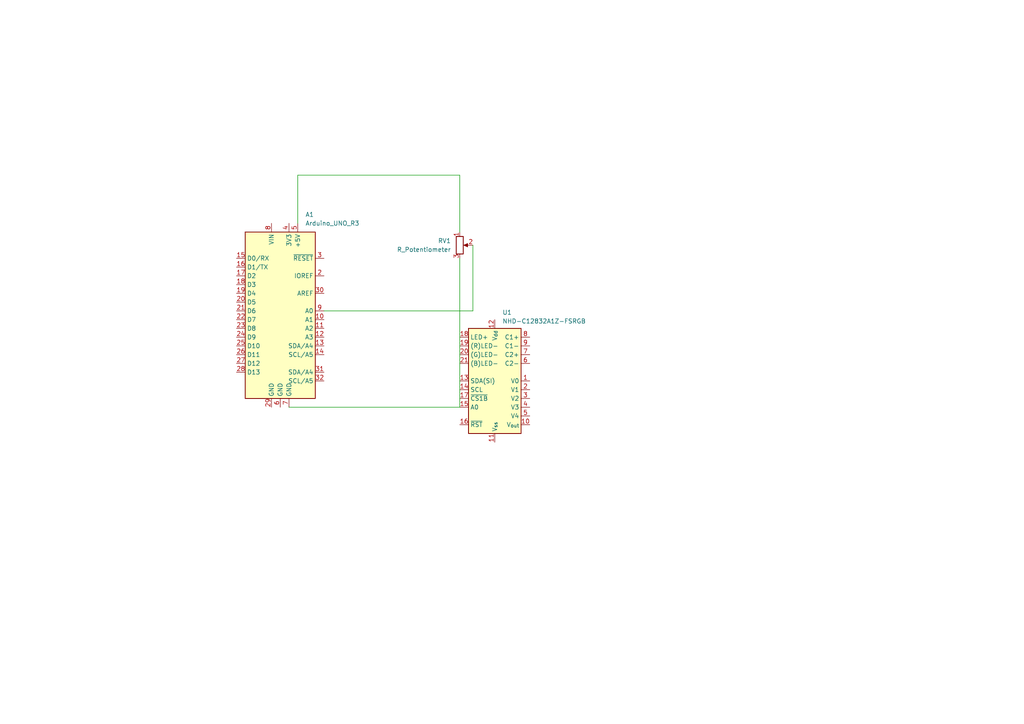
<source format=kicad_sch>
(kicad_sch (version 20230121) (generator eeschema)
  (paper "A4")
  (lib_symbols
    (symbol "Device:R_Potentiometer" (pin_names (offset 1.016) hide)
      (property "Reference" "RV" (at -4.445 0 90))
      (property "Value" "R_Potentiometer" (at -2.54 0 90))
      (symbol "R_Potentiometer_0_1"
        (polyline (pts (xy 2.54 0) (xy 1.524 0)))
        (polyline (pts (xy 1.143 0) (xy 2.286 0.508) (xy 2.286 -0.508) (xy 1.143 0)) (fill (type outline)))
        (rectangle (start 1.016 2.54) (end -1.016 -2.54) (stroke (width 0.254)))
      )
      (symbol "R_Potentiometer_1_1"
        (pin passive line (at 0 3.81 270) (length 1.27) (name "1") (number "1"))
        (pin passive line (at 3.81 0 180) (length 1.27) (name "2") (number "2"))
        (pin passive line (at 0 -3.81 90) (length 1.27) (name "3") (number "3"))
      )
    )
    (symbol "Display_Graphic:NHD-C12832A1Z-FSRGB"
      (property "Reference" "U" (at -7.62 15.875 0))
      (property "Value" "NHD-C12832A1Z-FSRGB" (at 2.54 -16.51 0))
      (symbol "NHD-C12832A1Z-FSRGB_0_1"
        (rectangle (start -7.62 15.24) (end 7.62 -15.24) (stroke (width 0.254)) (fill (type background)))
      )
      (symbol "NHD-C12832A1Z-FSRGB_1_1"
        (pin passive line (at 10.16 0 180) (length 2.54) (name "V0") (number "1"))
        (pin passive line (at 10.16 -12.7 180) (length 2.54) (name "V_{out}") (number "10"))
        (pin power_in line (at 0 -17.78 90) (length 2.54) (name "V_{ss}") (number "11"))
        (pin power_in line (at 0 17.78 270) (length 2.54) (name "V_{dd}") (number "12"))
        (pin input line (at -10.16 0 0) (length 2.54) (name "SDA(SI)") (number "13"))
        (pin input line (at -10.16 -2.54 0) (length 2.54) (name "SCL") (number "14"))
        (pin input line (at -10.16 -7.62 0) (length 2.54) (name "A0") (number "15"))
        (pin input line (at -10.16 -12.7 0) (length 2.54) (name "~{RST}") (number "16"))
        (pin input line (at -10.16 -5.08 0) (length 2.54) (name "~{CS1B}") (number "17"))
        (pin passive line (at -10.16 12.7 0) (length 2.54) (name "LED+") (number "18"))
        (pin passive line (at -10.16 10.16 0) (length 2.54) (name "(R)LED-") (number "19"))
        (pin passive line (at 10.16 -2.54 180) (length 2.54) (name "V1") (number "2"))
        (pin passive line (at -10.16 7.62 0) (length 2.54) (name "(G)LED-") (number "20"))
        (pin passive line (at -10.16 5.08 0) (length 2.54) (name "(B)LED-") (number "21"))
        (pin passive line (at 10.16 -5.08 180) (length 2.54) (name "V2") (number "3"))
        (pin passive line (at 10.16 -7.62 180) (length 2.54) (name "V3") (number "4"))
        (pin passive line (at 10.16 -10.16 180) (length 2.54) (name "V4") (number "5"))
        (pin passive line (at 10.16 5.08 180) (length 2.54) (name "C2-") (number "6"))
        (pin passive line (at 10.16 7.62 180) (length 2.54) (name "C2+") (number "7"))
        (pin passive line (at 10.16 12.7 180) (length 2.54) (name "C1+") (number "8"))
        (pin passive line (at 10.16 10.16 180) (length 2.54) (name "C1-") (number "9"))
      )
    )
    (symbol "MCU_Module:Arduino_UNO_R3"
      (property "Reference" "A" (at -10.16 23.495 0))
      (property "Value" "Arduino_UNO_R3" (at 5.08 -26.67 0))
      (symbol "Arduino_UNO_R3_0_1"
        (rectangle (start -10.16 22.86) (end 10.16 -25.4) (stroke (width 0.254)) (fill (type background)))
      )
      (symbol "Arduino_UNO_R3_1_1"
        (pin no_connect line (at -10.16 -20.32 0) (length 2.54) hide (name "NC") (number "1"))
        (pin bidirectional line (at 12.7 -2.54 180) (length 2.54) (name "A1") (number "10"))
        (pin bidirectional line (at 12.7 -5.08 180) (length 2.54) (name "A2") (number "11"))
        (pin bidirectional line (at 12.7 -7.62 180) (length 2.54) (name "A3") (number "12"))
        (pin bidirectional line (at 12.7 -10.16 180) (length 2.54) (name "SDA/A4") (number "13"))
        (pin bidirectional line (at 12.7 -12.7 180) (length 2.54) (name "SCL/A5") (number "14"))
        (pin bidirectional line (at -12.7 15.24 0) (length 2.54) (name "D0/RX") (number "15"))
        (pin bidirectional line (at -12.7 12.7 0) (length 2.54) (name "D1/TX") (number "16"))
        (pin bidirectional line (at -12.7 10.16 0) (length 2.54) (name "D2") (number "17"))
        (pin bidirectional line (at -12.7 7.62 0) (length 2.54) (name "D3") (number "18"))
        (pin bidirectional line (at -12.7 5.08 0) (length 2.54) (name "D4") (number "19"))
        (pin output line (at 12.7 10.16 180) (length 2.54) (name "IOREF") (number "2"))
        (pin bidirectional line (at -12.7 2.54 0) (length 2.54) (name "D5") (number "20"))
        (pin bidirectional line (at -12.7 0 0) (length 2.54) (name "D6") (number "21"))
        (pin bidirectional line (at -12.7 -2.54 0) (length 2.54) (name "D7") (number "22"))
        (pin bidirectional line (at -12.7 -5.08 0) (length 2.54) (name "D8") (number "23"))
        (pin bidirectional line (at -12.7 -7.62 0) (length 2.54) (name "D9") (number "24"))
        (pin bidirectional line (at -12.7 -10.16 0) (length 2.54) (name "D10") (number "25"))
        (pin bidirectional line (at -12.7 -12.7 0) (length 2.54) (name "D11") (number "26"))
        (pin bidirectional line (at -12.7 -15.24 0) (length 2.54) (name "D12") (number "27"))
        (pin bidirectional line (at -12.7 -17.78 0) (length 2.54) (name "D13") (number "28"))
        (pin power_in line (at -2.54 -27.94 90) (length 2.54) (name "GND") (number "29"))
        (pin input line (at 12.7 15.24 180) (length 2.54) (name "~{RESET}") (number "3"))
        (pin input line (at 12.7 5.08 180) (length 2.54) (name "AREF") (number "30"))
        (pin bidirectional line (at 12.7 -17.78 180) (length 2.54) (name "SDA/A4") (number "31"))
        (pin bidirectional line (at 12.7 -20.32 180) (length 2.54) (name "SCL/A5") (number "32"))
        (pin power_out line (at 2.54 25.4 270) (length 2.54) (name "3V3") (number "4"))
        (pin power_out line (at 5.08 25.4 270) (length 2.54) (name "+5V") (number "5"))
        (pin power_in line (at 0 -27.94 90) (length 2.54) (name "GND") (number "6"))
        (pin power_in line (at 2.54 -27.94 90) (length 2.54) (name "GND") (number "7"))
        (pin power_in line (at -2.54 25.4 270) (length 2.54) (name "VIN") (number "8"))
        (pin bidirectional line (at 12.7 0 180) (length 2.54) (name "A0") (number "9"))
      )
    )
  )
  (wire (pts (xy 137.16 90.17) (xy 93.98 90.17)))
  (wire (pts (xy 133.35 74.93) (xy 133.35 118.11)))
  (wire (pts (xy 133.35 50.8) (xy 86.36 50.8)))
  (wire (pts (xy 133.35 67.31) (xy 133.35 50.8)))
  (wire (pts (xy 86.36 50.8) (xy 86.36 64.77)))
  (wire (pts (xy 137.16 71.12) (xy 137.16 90.17)))
  (wire (pts (xy 133.35 118.11) (xy 83.82 118.11)))
  (symbol (lib_id "Display_Graphic:NHD-C12832A1Z-FSRGB") (at 143.51 110.49 0) (unit 1)
    (property "Reference" "U1" (at 145.7041 90.6155 0) (effects (justify left)))
    (property "Value" "NHD-C12832A1Z-FSRGB" (at 145.7041 93.1555 0) (effects (justify left)))
    (property "Footprint" "Display:NHD-C12832A1Z-FSRGB" (effects hide))
    (property "Datasheet" "https://www.newhavendisplay.com/specs/NHD-C12832A1Z-FSRGB-FBW-3V.pdf" (effects hide))
  )
  (symbol (lib_id "MCU_Module:Arduino_UNO_R3") (at 81.28 90.17 0) (unit 1)
    (property "Reference" "A1" (at 88.5541 62.23 0) (effects (justify left)))
    (property "Value" "Arduino_UNO_R3" (at 88.5541 64.77 0) (effects (justify left)))
    (property "Footprint" "Module:Arduino_UNO_R3" (effects hide))
    (property "Datasheet" "https://www.arduino.cc/en/Main/arduinoBoardUno" (effects hide))
  )
  (symbol (lib_id "Device:R_Potentiometer") (at 133.35 71.12 0) (unit 1)
    (property "Reference" "RV1" (at 130.81 69.85 0) (effects (justify right)))
    (property "Value" "R_Potentiometer" (at 130.81 72.39 0) (effects (justify right)))
  )
)
</source>
